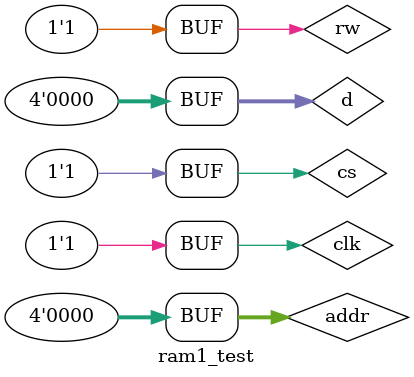
<source format=v>
`timescale 1ns / 1ps


module ram1_test;

	// Inputs
	reg [3:0] d;
	reg [3:0] addr;
	reg rw;
	reg cs;
	reg clk;
	
	// Outputs
	wire [3:0] o;

	// Instantiate the Unit Under Test (UUT)
	ram1 uut (
		.d(d), 
		.addr(addr), 
		.cs(cs), 
		.rw(rw), 
		.clk(clk),
		.o(o)
	);

	initial begin
		clk = 0;
		#10;
		d = 8'b11111;
		addr = 4'b1111;
		rw = 0;
		cs = 1;
 		clk = 1;
		#10;
		
		clk = 0;
		#10;
		d = 8'b00000;
		addr = 4'b0000;
		rw = 0;
		cs = 1;
 		clk = 1;
		#10;
		
		clk = 0;
		#10;
		addr = 4'b1111;
		rw = 1;
		cs = 1;
 		clk = 1;
		#10;
		
		clk = 0;
		#10;
		addr = 4'b0000;
		rw = 1;
		cs = 1;
 		clk = 1;
		#10;
	end
      
endmodule


</source>
